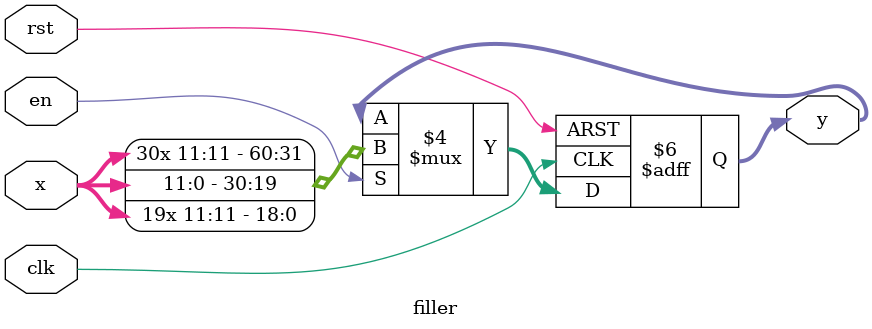
<source format=v>
module filler (
   clk,
   rst,
   en,
   x,
   y);
 
 parameter N = 61;

input   clk; 
input   rst; 
input   en; 
input   signed [11:0] x; 
output  signed [N - 1:0] y; 

reg     signed [N - 1:0] y; 

always @(posedge clk or posedge rst)
   begin
   if (rst == 1)
      begin
      y <= 0;   
      end
   else
      begin
      if (en == 1)
         begin
				y <= { {31{x[11]}}, x[10:0], {19{x[11]}} };
         end
      end
   end


endmodule // module filler


</source>
